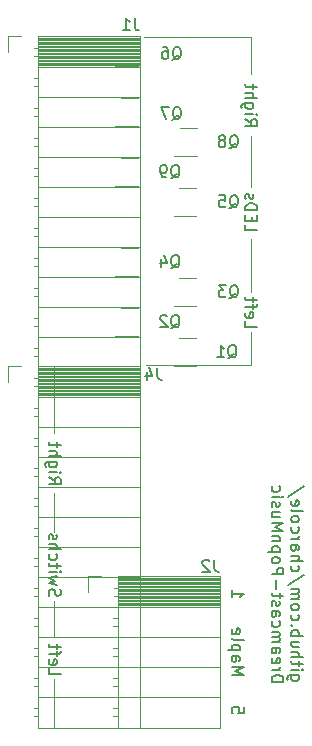
<source format=gbr>
G04 #@! TF.GenerationSoftware,KiCad,Pcbnew,(5.1.4-0-10_14)*
G04 #@! TF.CreationDate,2021-03-20T15:06:32+00:00*
G04 #@! TF.ProjectId,DriverBoard,44726976-6572-4426-9f61-72642e6b6963,rev?*
G04 #@! TF.SameCoordinates,Original*
G04 #@! TF.FileFunction,Legend,Bot*
G04 #@! TF.FilePolarity,Positive*
%FSLAX46Y46*%
G04 Gerber Fmt 4.6, Leading zero omitted, Abs format (unit mm)*
G04 Created by KiCad (PCBNEW (5.1.4-0-10_14)) date 2021-03-20 15:06:32*
%MOMM*%
%LPD*%
G04 APERTURE LIST*
%ADD10C,0.150000*%
%ADD11C,0.120000*%
G04 APERTURE END LIST*
D10*
X76096285Y-92169285D02*
X75286761Y-92169285D01*
X75191523Y-92216904D01*
X75143904Y-92264523D01*
X75096285Y-92359761D01*
X75096285Y-92502619D01*
X75143904Y-92597857D01*
X75477238Y-92169285D02*
X75429619Y-92264523D01*
X75429619Y-92455000D01*
X75477238Y-92550238D01*
X75524857Y-92597857D01*
X75620095Y-92645476D01*
X75905809Y-92645476D01*
X76001047Y-92597857D01*
X76048666Y-92550238D01*
X76096285Y-92455000D01*
X76096285Y-92264523D01*
X76048666Y-92169285D01*
X75429619Y-91693095D02*
X76096285Y-91693095D01*
X76429619Y-91693095D02*
X76382000Y-91740714D01*
X76334380Y-91693095D01*
X76382000Y-91645476D01*
X76429619Y-91693095D01*
X76334380Y-91693095D01*
X76096285Y-91359761D02*
X76096285Y-90978809D01*
X76429619Y-91216904D02*
X75572476Y-91216904D01*
X75477238Y-91169285D01*
X75429619Y-91074047D01*
X75429619Y-90978809D01*
X75429619Y-90645476D02*
X76429619Y-90645476D01*
X75429619Y-90216904D02*
X75953428Y-90216904D01*
X76048666Y-90264523D01*
X76096285Y-90359761D01*
X76096285Y-90502619D01*
X76048666Y-90597857D01*
X76001047Y-90645476D01*
X76096285Y-89312142D02*
X75429619Y-89312142D01*
X76096285Y-89740714D02*
X75572476Y-89740714D01*
X75477238Y-89693095D01*
X75429619Y-89597857D01*
X75429619Y-89455000D01*
X75477238Y-89359761D01*
X75524857Y-89312142D01*
X75429619Y-88835952D02*
X76429619Y-88835952D01*
X76048666Y-88835952D02*
X76096285Y-88740714D01*
X76096285Y-88550238D01*
X76048666Y-88455000D01*
X76001047Y-88407380D01*
X75905809Y-88359761D01*
X75620095Y-88359761D01*
X75524857Y-88407380D01*
X75477238Y-88455000D01*
X75429619Y-88550238D01*
X75429619Y-88740714D01*
X75477238Y-88835952D01*
X75524857Y-87931190D02*
X75477238Y-87883571D01*
X75429619Y-87931190D01*
X75477238Y-87978809D01*
X75524857Y-87931190D01*
X75429619Y-87931190D01*
X75477238Y-87026428D02*
X75429619Y-87121666D01*
X75429619Y-87312142D01*
X75477238Y-87407380D01*
X75524857Y-87455000D01*
X75620095Y-87502619D01*
X75905809Y-87502619D01*
X76001047Y-87455000D01*
X76048666Y-87407380D01*
X76096285Y-87312142D01*
X76096285Y-87121666D01*
X76048666Y-87026428D01*
X75429619Y-86455000D02*
X75477238Y-86550238D01*
X75524857Y-86597857D01*
X75620095Y-86645476D01*
X75905809Y-86645476D01*
X76001047Y-86597857D01*
X76048666Y-86550238D01*
X76096285Y-86455000D01*
X76096285Y-86312142D01*
X76048666Y-86216904D01*
X76001047Y-86169285D01*
X75905809Y-86121666D01*
X75620095Y-86121666D01*
X75524857Y-86169285D01*
X75477238Y-86216904D01*
X75429619Y-86312142D01*
X75429619Y-86455000D01*
X75429619Y-85693095D02*
X76096285Y-85693095D01*
X76001047Y-85693095D02*
X76048666Y-85645476D01*
X76096285Y-85550238D01*
X76096285Y-85407380D01*
X76048666Y-85312142D01*
X75953428Y-85264523D01*
X75429619Y-85264523D01*
X75953428Y-85264523D02*
X76048666Y-85216904D01*
X76096285Y-85121666D01*
X76096285Y-84978809D01*
X76048666Y-84883571D01*
X75953428Y-84835952D01*
X75429619Y-84835952D01*
X76477238Y-83645476D02*
X75191523Y-84502619D01*
X75477238Y-82883571D02*
X75429619Y-82978809D01*
X75429619Y-83169285D01*
X75477238Y-83264523D01*
X75524857Y-83312142D01*
X75620095Y-83359761D01*
X75905809Y-83359761D01*
X76001047Y-83312142D01*
X76048666Y-83264523D01*
X76096285Y-83169285D01*
X76096285Y-82978809D01*
X76048666Y-82883571D01*
X75429619Y-82455000D02*
X76429619Y-82455000D01*
X75429619Y-82026428D02*
X75953428Y-82026428D01*
X76048666Y-82074047D01*
X76096285Y-82169285D01*
X76096285Y-82312142D01*
X76048666Y-82407380D01*
X76001047Y-82455000D01*
X75429619Y-81121666D02*
X75953428Y-81121666D01*
X76048666Y-81169285D01*
X76096285Y-81264523D01*
X76096285Y-81455000D01*
X76048666Y-81550238D01*
X75477238Y-81121666D02*
X75429619Y-81216904D01*
X75429619Y-81455000D01*
X75477238Y-81550238D01*
X75572476Y-81597857D01*
X75667714Y-81597857D01*
X75762952Y-81550238D01*
X75810571Y-81455000D01*
X75810571Y-81216904D01*
X75858190Y-81121666D01*
X75429619Y-80645476D02*
X76096285Y-80645476D01*
X75905809Y-80645476D02*
X76001047Y-80597857D01*
X76048666Y-80550238D01*
X76096285Y-80455000D01*
X76096285Y-80359761D01*
X75477238Y-79597857D02*
X75429619Y-79693095D01*
X75429619Y-79883571D01*
X75477238Y-79978809D01*
X75524857Y-80026428D01*
X75620095Y-80074047D01*
X75905809Y-80074047D01*
X76001047Y-80026428D01*
X76048666Y-79978809D01*
X76096285Y-79883571D01*
X76096285Y-79693095D01*
X76048666Y-79597857D01*
X75429619Y-79026428D02*
X75477238Y-79121666D01*
X75524857Y-79169285D01*
X75620095Y-79216904D01*
X75905809Y-79216904D01*
X76001047Y-79169285D01*
X76048666Y-79121666D01*
X76096285Y-79026428D01*
X76096285Y-78883571D01*
X76048666Y-78788333D01*
X76001047Y-78740714D01*
X75905809Y-78693095D01*
X75620095Y-78693095D01*
X75524857Y-78740714D01*
X75477238Y-78788333D01*
X75429619Y-78883571D01*
X75429619Y-79026428D01*
X75429619Y-78121666D02*
X75477238Y-78216904D01*
X75572476Y-78264523D01*
X76429619Y-78264523D01*
X75477238Y-77359761D02*
X75429619Y-77455000D01*
X75429619Y-77645476D01*
X75477238Y-77740714D01*
X75572476Y-77788333D01*
X75953428Y-77788333D01*
X76048666Y-77740714D01*
X76096285Y-77645476D01*
X76096285Y-77455000D01*
X76048666Y-77359761D01*
X75953428Y-77312142D01*
X75858190Y-77312142D01*
X75762952Y-77788333D01*
X76477238Y-76169285D02*
X75191523Y-77026428D01*
X73779619Y-92716904D02*
X74779619Y-92716904D01*
X74779619Y-92478809D01*
X74732000Y-92335952D01*
X74636761Y-92240714D01*
X74541523Y-92193095D01*
X74351047Y-92145476D01*
X74208190Y-92145476D01*
X74017714Y-92193095D01*
X73922476Y-92240714D01*
X73827238Y-92335952D01*
X73779619Y-92478809D01*
X73779619Y-92716904D01*
X73779619Y-91716904D02*
X74446285Y-91716904D01*
X74255809Y-91716904D02*
X74351047Y-91669285D01*
X74398666Y-91621666D01*
X74446285Y-91526428D01*
X74446285Y-91431190D01*
X73827238Y-90716904D02*
X73779619Y-90812142D01*
X73779619Y-91002619D01*
X73827238Y-91097857D01*
X73922476Y-91145476D01*
X74303428Y-91145476D01*
X74398666Y-91097857D01*
X74446285Y-91002619D01*
X74446285Y-90812142D01*
X74398666Y-90716904D01*
X74303428Y-90669285D01*
X74208190Y-90669285D01*
X74112952Y-91145476D01*
X73779619Y-89812142D02*
X74303428Y-89812142D01*
X74398666Y-89859761D01*
X74446285Y-89955000D01*
X74446285Y-90145476D01*
X74398666Y-90240714D01*
X73827238Y-89812142D02*
X73779619Y-89907380D01*
X73779619Y-90145476D01*
X73827238Y-90240714D01*
X73922476Y-90288333D01*
X74017714Y-90288333D01*
X74112952Y-90240714D01*
X74160571Y-90145476D01*
X74160571Y-89907380D01*
X74208190Y-89812142D01*
X73779619Y-89335952D02*
X74446285Y-89335952D01*
X74351047Y-89335952D02*
X74398666Y-89288333D01*
X74446285Y-89193095D01*
X74446285Y-89050238D01*
X74398666Y-88955000D01*
X74303428Y-88907380D01*
X73779619Y-88907380D01*
X74303428Y-88907380D02*
X74398666Y-88859761D01*
X74446285Y-88764523D01*
X74446285Y-88621666D01*
X74398666Y-88526428D01*
X74303428Y-88478809D01*
X73779619Y-88478809D01*
X73827238Y-87574047D02*
X73779619Y-87669285D01*
X73779619Y-87859761D01*
X73827238Y-87955000D01*
X73874857Y-88002619D01*
X73970095Y-88050238D01*
X74255809Y-88050238D01*
X74351047Y-88002619D01*
X74398666Y-87955000D01*
X74446285Y-87859761D01*
X74446285Y-87669285D01*
X74398666Y-87574047D01*
X73779619Y-86716904D02*
X74303428Y-86716904D01*
X74398666Y-86764523D01*
X74446285Y-86859761D01*
X74446285Y-87050238D01*
X74398666Y-87145476D01*
X73827238Y-86716904D02*
X73779619Y-86812142D01*
X73779619Y-87050238D01*
X73827238Y-87145476D01*
X73922476Y-87193095D01*
X74017714Y-87193095D01*
X74112952Y-87145476D01*
X74160571Y-87050238D01*
X74160571Y-86812142D01*
X74208190Y-86716904D01*
X73827238Y-86288333D02*
X73779619Y-86193095D01*
X73779619Y-86002619D01*
X73827238Y-85907380D01*
X73922476Y-85859761D01*
X73970095Y-85859761D01*
X74065333Y-85907380D01*
X74112952Y-86002619D01*
X74112952Y-86145476D01*
X74160571Y-86240714D01*
X74255809Y-86288333D01*
X74303428Y-86288333D01*
X74398666Y-86240714D01*
X74446285Y-86145476D01*
X74446285Y-86002619D01*
X74398666Y-85907380D01*
X74446285Y-85574047D02*
X74446285Y-85193095D01*
X74779619Y-85431190D02*
X73922476Y-85431190D01*
X73827238Y-85383571D01*
X73779619Y-85288333D01*
X73779619Y-85193095D01*
X74160571Y-84859761D02*
X74160571Y-84097857D01*
X73779619Y-83621666D02*
X74779619Y-83621666D01*
X74779619Y-83240714D01*
X74732000Y-83145476D01*
X74684380Y-83097857D01*
X74589142Y-83050238D01*
X74446285Y-83050238D01*
X74351047Y-83097857D01*
X74303428Y-83145476D01*
X74255809Y-83240714D01*
X74255809Y-83621666D01*
X73779619Y-82478809D02*
X73827238Y-82574047D01*
X73874857Y-82621666D01*
X73970095Y-82669285D01*
X74255809Y-82669285D01*
X74351047Y-82621666D01*
X74398666Y-82574047D01*
X74446285Y-82478809D01*
X74446285Y-82335952D01*
X74398666Y-82240714D01*
X74351047Y-82193095D01*
X74255809Y-82145476D01*
X73970095Y-82145476D01*
X73874857Y-82193095D01*
X73827238Y-82240714D01*
X73779619Y-82335952D01*
X73779619Y-82478809D01*
X74446285Y-81716904D02*
X73446285Y-81716904D01*
X74398666Y-81716904D02*
X74446285Y-81621666D01*
X74446285Y-81431190D01*
X74398666Y-81335952D01*
X74351047Y-81288333D01*
X74255809Y-81240714D01*
X73970095Y-81240714D01*
X73874857Y-81288333D01*
X73827238Y-81335952D01*
X73779619Y-81431190D01*
X73779619Y-81621666D01*
X73827238Y-81716904D01*
X74446285Y-80812142D02*
X73779619Y-80812142D01*
X74351047Y-80812142D02*
X74398666Y-80764523D01*
X74446285Y-80669285D01*
X74446285Y-80526428D01*
X74398666Y-80431190D01*
X74303428Y-80383571D01*
X73779619Y-80383571D01*
X73779619Y-79907380D02*
X74779619Y-79907380D01*
X74065333Y-79574047D01*
X74779619Y-79240714D01*
X73779619Y-79240714D01*
X74446285Y-78335952D02*
X73779619Y-78335952D01*
X74446285Y-78764523D02*
X73922476Y-78764523D01*
X73827238Y-78716904D01*
X73779619Y-78621666D01*
X73779619Y-78478809D01*
X73827238Y-78383571D01*
X73874857Y-78335952D01*
X73827238Y-77907380D02*
X73779619Y-77812142D01*
X73779619Y-77621666D01*
X73827238Y-77526428D01*
X73922476Y-77478809D01*
X73970095Y-77478809D01*
X74065333Y-77526428D01*
X74112952Y-77621666D01*
X74112952Y-77764523D01*
X74160571Y-77859761D01*
X74255809Y-77907380D01*
X74303428Y-77907380D01*
X74398666Y-77859761D01*
X74446285Y-77764523D01*
X74446285Y-77621666D01*
X74398666Y-77526428D01*
X73779619Y-77050238D02*
X74446285Y-77050238D01*
X74779619Y-77050238D02*
X74732000Y-77097857D01*
X74684380Y-77050238D01*
X74732000Y-77002619D01*
X74779619Y-77050238D01*
X74684380Y-77050238D01*
X73827238Y-76145476D02*
X73779619Y-76240714D01*
X73779619Y-76431190D01*
X73827238Y-76526428D01*
X73874857Y-76574047D01*
X73970095Y-76621666D01*
X74255809Y-76621666D01*
X74351047Y-76574047D01*
X74398666Y-76526428D01*
X74446285Y-76431190D01*
X74446285Y-76240714D01*
X74398666Y-76145476D01*
X71413619Y-94860476D02*
X71413619Y-95336666D01*
X70937428Y-95384285D01*
X70985047Y-95336666D01*
X71032666Y-95241428D01*
X71032666Y-95003333D01*
X70985047Y-94908095D01*
X70937428Y-94860476D01*
X70842190Y-94812857D01*
X70604095Y-94812857D01*
X70508857Y-94860476D01*
X70461238Y-94908095D01*
X70413619Y-95003333D01*
X70413619Y-95241428D01*
X70461238Y-95336666D01*
X70508857Y-95384285D01*
X70413619Y-92098571D02*
X71413619Y-92098571D01*
X70699333Y-91765238D01*
X71413619Y-91431904D01*
X70413619Y-91431904D01*
X70413619Y-90527142D02*
X70937428Y-90527142D01*
X71032666Y-90574761D01*
X71080285Y-90670000D01*
X71080285Y-90860476D01*
X71032666Y-90955714D01*
X70461238Y-90527142D02*
X70413619Y-90622380D01*
X70413619Y-90860476D01*
X70461238Y-90955714D01*
X70556476Y-91003333D01*
X70651714Y-91003333D01*
X70746952Y-90955714D01*
X70794571Y-90860476D01*
X70794571Y-90622380D01*
X70842190Y-90527142D01*
X71080285Y-90050952D02*
X70080285Y-90050952D01*
X71032666Y-90050952D02*
X71080285Y-89955714D01*
X71080285Y-89765238D01*
X71032666Y-89670000D01*
X70985047Y-89622380D01*
X70889809Y-89574761D01*
X70604095Y-89574761D01*
X70508857Y-89622380D01*
X70461238Y-89670000D01*
X70413619Y-89765238D01*
X70413619Y-89955714D01*
X70461238Y-90050952D01*
X70413619Y-89003333D02*
X70461238Y-89098571D01*
X70556476Y-89146190D01*
X71413619Y-89146190D01*
X70461238Y-88241428D02*
X70413619Y-88336666D01*
X70413619Y-88527142D01*
X70461238Y-88622380D01*
X70556476Y-88670000D01*
X70937428Y-88670000D01*
X71032666Y-88622380D01*
X71080285Y-88527142D01*
X71080285Y-88336666D01*
X71032666Y-88241428D01*
X70937428Y-88193809D01*
X70842190Y-88193809D01*
X70746952Y-88670000D01*
X70413619Y-84955714D02*
X70413619Y-85527142D01*
X70413619Y-85241428D02*
X71413619Y-85241428D01*
X71270761Y-85336666D01*
X71175523Y-85431904D01*
X71127904Y-85527142D01*
D11*
X55372000Y-92456000D02*
X55372000Y-96520000D01*
X55372000Y-85852000D02*
X55372000Y-88900000D01*
X55372000Y-76708000D02*
X55372000Y-80010000D01*
X55372000Y-71628000D02*
X55372000Y-66040000D01*
D10*
X54919619Y-91534095D02*
X54919619Y-92010285D01*
X55919619Y-92010285D01*
X54967238Y-90819809D02*
X54919619Y-90915047D01*
X54919619Y-91105523D01*
X54967238Y-91200761D01*
X55062476Y-91248380D01*
X55443428Y-91248380D01*
X55538666Y-91200761D01*
X55586285Y-91105523D01*
X55586285Y-90915047D01*
X55538666Y-90819809D01*
X55443428Y-90772190D01*
X55348190Y-90772190D01*
X55252952Y-91248380D01*
X55586285Y-90486476D02*
X55586285Y-90105523D01*
X54919619Y-90343619D02*
X55776761Y-90343619D01*
X55872000Y-90296000D01*
X55919619Y-90200761D01*
X55919619Y-90105523D01*
X55586285Y-89915047D02*
X55586285Y-89534095D01*
X55919619Y-89772190D02*
X55062476Y-89772190D01*
X54967238Y-89724571D01*
X54919619Y-89629333D01*
X54919619Y-89534095D01*
X54967238Y-85438857D02*
X54919619Y-85296000D01*
X54919619Y-85057904D01*
X54967238Y-84962666D01*
X55014857Y-84915047D01*
X55110095Y-84867428D01*
X55205333Y-84867428D01*
X55300571Y-84915047D01*
X55348190Y-84962666D01*
X55395809Y-85057904D01*
X55443428Y-85248380D01*
X55491047Y-85343619D01*
X55538666Y-85391238D01*
X55633904Y-85438857D01*
X55729142Y-85438857D01*
X55824380Y-85391238D01*
X55872000Y-85343619D01*
X55919619Y-85248380D01*
X55919619Y-85010285D01*
X55872000Y-84867428D01*
X55586285Y-84534095D02*
X54919619Y-84343619D01*
X55395809Y-84153142D01*
X54919619Y-83962666D01*
X55586285Y-83772190D01*
X54919619Y-83391238D02*
X55586285Y-83391238D01*
X55919619Y-83391238D02*
X55872000Y-83438857D01*
X55824380Y-83391238D01*
X55872000Y-83343619D01*
X55919619Y-83391238D01*
X55824380Y-83391238D01*
X55586285Y-83057904D02*
X55586285Y-82676952D01*
X55919619Y-82915047D02*
X55062476Y-82915047D01*
X54967238Y-82867428D01*
X54919619Y-82772190D01*
X54919619Y-82676952D01*
X54967238Y-81915047D02*
X54919619Y-82010285D01*
X54919619Y-82200761D01*
X54967238Y-82296000D01*
X55014857Y-82343619D01*
X55110095Y-82391238D01*
X55395809Y-82391238D01*
X55491047Y-82343619D01*
X55538666Y-82296000D01*
X55586285Y-82200761D01*
X55586285Y-82010285D01*
X55538666Y-81915047D01*
X54919619Y-81486476D02*
X55919619Y-81486476D01*
X54919619Y-81057904D02*
X55443428Y-81057904D01*
X55538666Y-81105523D01*
X55586285Y-81200761D01*
X55586285Y-81343619D01*
X55538666Y-81438857D01*
X55491047Y-81486476D01*
X54967238Y-80629333D02*
X54919619Y-80534095D01*
X54919619Y-80343619D01*
X54967238Y-80248380D01*
X55062476Y-80200761D01*
X55110095Y-80200761D01*
X55205333Y-80248380D01*
X55252952Y-80343619D01*
X55252952Y-80486476D01*
X55300571Y-80581714D01*
X55395809Y-80629333D01*
X55443428Y-80629333D01*
X55538666Y-80581714D01*
X55586285Y-80486476D01*
X55586285Y-80343619D01*
X55538666Y-80248380D01*
X54919619Y-75391238D02*
X55395809Y-75724571D01*
X54919619Y-75962666D02*
X55919619Y-75962666D01*
X55919619Y-75581714D01*
X55872000Y-75486476D01*
X55824380Y-75438857D01*
X55729142Y-75391238D01*
X55586285Y-75391238D01*
X55491047Y-75438857D01*
X55443428Y-75486476D01*
X55395809Y-75581714D01*
X55395809Y-75962666D01*
X54919619Y-74962666D02*
X55586285Y-74962666D01*
X55919619Y-74962666D02*
X55872000Y-75010285D01*
X55824380Y-74962666D01*
X55872000Y-74915047D01*
X55919619Y-74962666D01*
X55824380Y-74962666D01*
X55586285Y-74057904D02*
X54776761Y-74057904D01*
X54681523Y-74105523D01*
X54633904Y-74153142D01*
X54586285Y-74248380D01*
X54586285Y-74391238D01*
X54633904Y-74486476D01*
X54967238Y-74057904D02*
X54919619Y-74153142D01*
X54919619Y-74343619D01*
X54967238Y-74438857D01*
X55014857Y-74486476D01*
X55110095Y-74534095D01*
X55395809Y-74534095D01*
X55491047Y-74486476D01*
X55538666Y-74438857D01*
X55586285Y-74343619D01*
X55586285Y-74153142D01*
X55538666Y-74057904D01*
X54919619Y-73581714D02*
X55919619Y-73581714D01*
X54919619Y-73153142D02*
X55443428Y-73153142D01*
X55538666Y-73200761D01*
X55586285Y-73296000D01*
X55586285Y-73438857D01*
X55538666Y-73534095D01*
X55491047Y-73581714D01*
X55586285Y-72819809D02*
X55586285Y-72438857D01*
X55919619Y-72676952D02*
X55062476Y-72676952D01*
X54967238Y-72629333D01*
X54919619Y-72534095D01*
X54919619Y-72438857D01*
D11*
X72009000Y-65913000D02*
X63119000Y-65913000D01*
X72009000Y-63119000D02*
X72009000Y-65913000D01*
X72009000Y-55245000D02*
X72009000Y-59690000D01*
X72009000Y-46482000D02*
X72009000Y-50800000D01*
X72009000Y-38100000D02*
X62992000Y-38100000D01*
X72009000Y-41275000D02*
X72009000Y-38100000D01*
D10*
X71556619Y-62165285D02*
X71556619Y-62641476D01*
X72556619Y-62641476D01*
X71604238Y-61451000D02*
X71556619Y-61546238D01*
X71556619Y-61736714D01*
X71604238Y-61831952D01*
X71699476Y-61879571D01*
X72080428Y-61879571D01*
X72175666Y-61831952D01*
X72223285Y-61736714D01*
X72223285Y-61546238D01*
X72175666Y-61451000D01*
X72080428Y-61403380D01*
X71985190Y-61403380D01*
X71889952Y-61879571D01*
X72223285Y-61117666D02*
X72223285Y-60736714D01*
X71556619Y-60974809D02*
X72413761Y-60974809D01*
X72509000Y-60927190D01*
X72556619Y-60831952D01*
X72556619Y-60736714D01*
X72223285Y-60546238D02*
X72223285Y-60165285D01*
X72556619Y-60403380D02*
X71699476Y-60403380D01*
X71604238Y-60355761D01*
X71556619Y-60260523D01*
X71556619Y-60165285D01*
X71556619Y-54022428D02*
X71556619Y-54498619D01*
X72556619Y-54498619D01*
X72080428Y-53689095D02*
X72080428Y-53355761D01*
X71556619Y-53212904D02*
X71556619Y-53689095D01*
X72556619Y-53689095D01*
X72556619Y-53212904D01*
X71556619Y-52784333D02*
X72556619Y-52784333D01*
X72556619Y-52546238D01*
X72509000Y-52403380D01*
X72413761Y-52308142D01*
X72318523Y-52260523D01*
X72128047Y-52212904D01*
X71985190Y-52212904D01*
X71794714Y-52260523D01*
X71699476Y-52308142D01*
X71604238Y-52403380D01*
X71556619Y-52546238D01*
X71556619Y-52784333D01*
X71604238Y-51831952D02*
X71556619Y-51736714D01*
X71556619Y-51546238D01*
X71604238Y-51451000D01*
X71699476Y-51403380D01*
X71747095Y-51403380D01*
X71842333Y-51451000D01*
X71889952Y-51546238D01*
X71889952Y-51689095D01*
X71937571Y-51784333D01*
X72032809Y-51831952D01*
X72080428Y-51831952D01*
X72175666Y-51784333D01*
X72223285Y-51689095D01*
X72223285Y-51546238D01*
X72175666Y-51451000D01*
X71556619Y-45070047D02*
X72032809Y-45403380D01*
X71556619Y-45641476D02*
X72556619Y-45641476D01*
X72556619Y-45260523D01*
X72509000Y-45165285D01*
X72461380Y-45117666D01*
X72366142Y-45070047D01*
X72223285Y-45070047D01*
X72128047Y-45117666D01*
X72080428Y-45165285D01*
X72032809Y-45260523D01*
X72032809Y-45641476D01*
X71556619Y-44641476D02*
X72223285Y-44641476D01*
X72556619Y-44641476D02*
X72509000Y-44689095D01*
X72461380Y-44641476D01*
X72509000Y-44593857D01*
X72556619Y-44641476D01*
X72461380Y-44641476D01*
X72223285Y-43736714D02*
X71413761Y-43736714D01*
X71318523Y-43784333D01*
X71270904Y-43831952D01*
X71223285Y-43927190D01*
X71223285Y-44070047D01*
X71270904Y-44165285D01*
X71604238Y-43736714D02*
X71556619Y-43831952D01*
X71556619Y-44022428D01*
X71604238Y-44117666D01*
X71651857Y-44165285D01*
X71747095Y-44212904D01*
X72032809Y-44212904D01*
X72128047Y-44165285D01*
X72175666Y-44117666D01*
X72223285Y-44022428D01*
X72223285Y-43831952D01*
X72175666Y-43736714D01*
X71556619Y-43260523D02*
X72556619Y-43260523D01*
X71556619Y-42831952D02*
X72080428Y-42831952D01*
X72175666Y-42879571D01*
X72223285Y-42974809D01*
X72223285Y-43117666D01*
X72175666Y-43212904D01*
X72128047Y-43260523D01*
X72223285Y-42498619D02*
X72223285Y-42117666D01*
X72556619Y-42355761D02*
X71699476Y-42355761D01*
X71604238Y-42308142D01*
X71556619Y-42212904D01*
X71556619Y-42117666D01*
D11*
X69399000Y-83880000D02*
X60769000Y-83880000D01*
X69399000Y-83998095D02*
X60769000Y-83998095D01*
X69399000Y-84116190D02*
X60769000Y-84116190D01*
X69399000Y-84234285D02*
X60769000Y-84234285D01*
X69399000Y-84352380D02*
X60769000Y-84352380D01*
X69399000Y-84470475D02*
X60769000Y-84470475D01*
X69399000Y-84588570D02*
X60769000Y-84588570D01*
X69399000Y-84706665D02*
X60769000Y-84706665D01*
X69399000Y-84824760D02*
X60769000Y-84824760D01*
X69399000Y-84942855D02*
X60769000Y-84942855D01*
X69399000Y-85060950D02*
X60769000Y-85060950D01*
X69399000Y-85179045D02*
X60769000Y-85179045D01*
X69399000Y-85297140D02*
X60769000Y-85297140D01*
X69399000Y-85415235D02*
X60769000Y-85415235D01*
X69399000Y-85533330D02*
X60769000Y-85533330D01*
X69399000Y-85651425D02*
X60769000Y-85651425D01*
X69399000Y-85769520D02*
X60769000Y-85769520D01*
X69399000Y-85887615D02*
X60769000Y-85887615D01*
X69399000Y-86005710D02*
X60769000Y-86005710D01*
X69399000Y-86123805D02*
X60769000Y-86123805D01*
X69399000Y-86241900D02*
X60769000Y-86241900D01*
X60769000Y-84730000D02*
X60419000Y-84730000D01*
X60769000Y-85450000D02*
X60419000Y-85450000D01*
X60769000Y-87270000D02*
X60359000Y-87270000D01*
X60769000Y-87990000D02*
X60359000Y-87990000D01*
X60769000Y-89810000D02*
X60359000Y-89810000D01*
X60769000Y-90530000D02*
X60359000Y-90530000D01*
X60769000Y-92350000D02*
X60359000Y-92350000D01*
X60769000Y-93070000D02*
X60359000Y-93070000D01*
X60769000Y-94890000D02*
X60359000Y-94890000D01*
X60769000Y-95610000D02*
X60359000Y-95610000D01*
X69399000Y-86360000D02*
X60769000Y-86360000D01*
X69399000Y-88900000D02*
X60769000Y-88900000D01*
X69399000Y-91440000D02*
X60769000Y-91440000D01*
X69399000Y-93980000D02*
X60769000Y-93980000D01*
X69399000Y-83760000D02*
X60769000Y-83760000D01*
X60769000Y-83760000D02*
X60769000Y-96580000D01*
X69399000Y-96580000D02*
X60769000Y-96580000D01*
X69399000Y-83760000D02*
X69399000Y-96580000D01*
X58199000Y-83760000D02*
X58199000Y-85090000D01*
X59309000Y-83760000D02*
X58199000Y-83760000D01*
X62668000Y-38160000D02*
X54038000Y-38160000D01*
X62668000Y-38278095D02*
X54038000Y-38278095D01*
X62668000Y-38396190D02*
X54038000Y-38396190D01*
X62668000Y-38514285D02*
X54038000Y-38514285D01*
X62668000Y-38632380D02*
X54038000Y-38632380D01*
X62668000Y-38750475D02*
X54038000Y-38750475D01*
X62668000Y-38868570D02*
X54038000Y-38868570D01*
X62668000Y-38986665D02*
X54038000Y-38986665D01*
X62668000Y-39104760D02*
X54038000Y-39104760D01*
X62668000Y-39222855D02*
X54038000Y-39222855D01*
X62668000Y-39340950D02*
X54038000Y-39340950D01*
X62668000Y-39459045D02*
X54038000Y-39459045D01*
X62668000Y-39577140D02*
X54038000Y-39577140D01*
X62668000Y-39695235D02*
X54038000Y-39695235D01*
X62668000Y-39813330D02*
X54038000Y-39813330D01*
X62668000Y-39931425D02*
X54038000Y-39931425D01*
X62668000Y-40049520D02*
X54038000Y-40049520D01*
X62668000Y-40167615D02*
X54038000Y-40167615D01*
X62668000Y-40285710D02*
X54038000Y-40285710D01*
X62668000Y-40403805D02*
X54038000Y-40403805D01*
X62668000Y-40521900D02*
X54038000Y-40521900D01*
X54038000Y-39010000D02*
X53688000Y-39010000D01*
X54038000Y-39730000D02*
X53688000Y-39730000D01*
X54038000Y-41550000D02*
X53628000Y-41550000D01*
X54038000Y-42270000D02*
X53628000Y-42270000D01*
X54038000Y-44090000D02*
X53628000Y-44090000D01*
X54038000Y-44810000D02*
X53628000Y-44810000D01*
X54038000Y-46630000D02*
X53628000Y-46630000D01*
X54038000Y-47350000D02*
X53628000Y-47350000D01*
X54038000Y-49170000D02*
X53628000Y-49170000D01*
X54038000Y-49890000D02*
X53628000Y-49890000D01*
X54038000Y-51710000D02*
X53628000Y-51710000D01*
X54038000Y-52430000D02*
X53628000Y-52430000D01*
X54038000Y-54250000D02*
X53628000Y-54250000D01*
X54038000Y-54970000D02*
X53628000Y-54970000D01*
X54038000Y-56790000D02*
X53628000Y-56790000D01*
X54038000Y-57510000D02*
X53628000Y-57510000D01*
X54038000Y-59330000D02*
X53628000Y-59330000D01*
X54038000Y-60050000D02*
X53628000Y-60050000D01*
X54038000Y-61870000D02*
X53628000Y-61870000D01*
X54038000Y-62590000D02*
X53628000Y-62590000D01*
X54038000Y-64410000D02*
X53628000Y-64410000D01*
X54038000Y-65130000D02*
X53628000Y-65130000D01*
X62668000Y-40640000D02*
X54038000Y-40640000D01*
X62668000Y-43180000D02*
X54038000Y-43180000D01*
X62668000Y-45720000D02*
X54038000Y-45720000D01*
X62668000Y-48260000D02*
X54038000Y-48260000D01*
X62668000Y-50800000D02*
X54038000Y-50800000D01*
X62668000Y-53340000D02*
X54038000Y-53340000D01*
X62668000Y-55880000D02*
X54038000Y-55880000D01*
X62668000Y-58420000D02*
X54038000Y-58420000D01*
X62668000Y-60960000D02*
X54038000Y-60960000D01*
X62668000Y-63500000D02*
X54038000Y-63500000D01*
X62668000Y-38040000D02*
X54038000Y-38040000D01*
X54038000Y-38040000D02*
X54038000Y-66100000D01*
X62668000Y-66100000D02*
X54038000Y-66100000D01*
X62668000Y-38040000D02*
X62668000Y-66100000D01*
X51468000Y-38040000D02*
X51468000Y-39370000D01*
X52578000Y-38040000D02*
X51468000Y-38040000D01*
X62668000Y-66100000D02*
X54038000Y-66100000D01*
X62668000Y-66218095D02*
X54038000Y-66218095D01*
X62668000Y-66336190D02*
X54038000Y-66336190D01*
X62668000Y-66454285D02*
X54038000Y-66454285D01*
X62668000Y-66572380D02*
X54038000Y-66572380D01*
X62668000Y-66690475D02*
X54038000Y-66690475D01*
X62668000Y-66808570D02*
X54038000Y-66808570D01*
X62668000Y-66926665D02*
X54038000Y-66926665D01*
X62668000Y-67044760D02*
X54038000Y-67044760D01*
X62668000Y-67162855D02*
X54038000Y-67162855D01*
X62668000Y-67280950D02*
X54038000Y-67280950D01*
X62668000Y-67399045D02*
X54038000Y-67399045D01*
X62668000Y-67517140D02*
X54038000Y-67517140D01*
X62668000Y-67635235D02*
X54038000Y-67635235D01*
X62668000Y-67753330D02*
X54038000Y-67753330D01*
X62668000Y-67871425D02*
X54038000Y-67871425D01*
X62668000Y-67989520D02*
X54038000Y-67989520D01*
X62668000Y-68107615D02*
X54038000Y-68107615D01*
X62668000Y-68225710D02*
X54038000Y-68225710D01*
X62668000Y-68343805D02*
X54038000Y-68343805D01*
X62668000Y-68461900D02*
X54038000Y-68461900D01*
X54038000Y-66950000D02*
X53688000Y-66950000D01*
X54038000Y-67670000D02*
X53688000Y-67670000D01*
X54038000Y-69490000D02*
X53628000Y-69490000D01*
X54038000Y-70210000D02*
X53628000Y-70210000D01*
X54038000Y-72030000D02*
X53628000Y-72030000D01*
X54038000Y-72750000D02*
X53628000Y-72750000D01*
X54038000Y-74570000D02*
X53628000Y-74570000D01*
X54038000Y-75290000D02*
X53628000Y-75290000D01*
X54038000Y-77110000D02*
X53628000Y-77110000D01*
X54038000Y-77830000D02*
X53628000Y-77830000D01*
X54038000Y-79650000D02*
X53628000Y-79650000D01*
X54038000Y-80370000D02*
X53628000Y-80370000D01*
X54038000Y-82190000D02*
X53628000Y-82190000D01*
X54038000Y-82910000D02*
X53628000Y-82910000D01*
X54038000Y-84730000D02*
X53628000Y-84730000D01*
X54038000Y-85450000D02*
X53628000Y-85450000D01*
X54038000Y-87270000D02*
X53628000Y-87270000D01*
X54038000Y-87990000D02*
X53628000Y-87990000D01*
X54038000Y-89810000D02*
X53628000Y-89810000D01*
X54038000Y-90530000D02*
X53628000Y-90530000D01*
X54038000Y-92350000D02*
X53628000Y-92350000D01*
X54038000Y-93070000D02*
X53628000Y-93070000D01*
X54038000Y-94890000D02*
X53628000Y-94890000D01*
X54038000Y-95610000D02*
X53628000Y-95610000D01*
X62668000Y-68580000D02*
X54038000Y-68580000D01*
X62668000Y-71120000D02*
X54038000Y-71120000D01*
X62668000Y-73660000D02*
X54038000Y-73660000D01*
X62668000Y-76200000D02*
X54038000Y-76200000D01*
X62668000Y-78740000D02*
X54038000Y-78740000D01*
X62668000Y-81280000D02*
X54038000Y-81280000D01*
X62668000Y-83820000D02*
X54038000Y-83820000D01*
X62668000Y-86360000D02*
X54038000Y-86360000D01*
X62668000Y-88900000D02*
X54038000Y-88900000D01*
X62668000Y-91440000D02*
X54038000Y-91440000D01*
X62668000Y-93980000D02*
X54038000Y-93980000D01*
X62668000Y-65980000D02*
X54038000Y-65980000D01*
X54038000Y-65980000D02*
X54038000Y-96580000D01*
X62668000Y-96580000D02*
X54038000Y-96580000D01*
X62668000Y-65980000D02*
X62668000Y-96580000D01*
X51468000Y-65980000D02*
X51468000Y-67310000D01*
X52578000Y-65980000D02*
X51468000Y-65980000D01*
X67375000Y-65930000D02*
X65475000Y-65930000D01*
X65975000Y-63610000D02*
X67375000Y-63610000D01*
X62422000Y-63390000D02*
X60522000Y-63390000D01*
X61022000Y-61070000D02*
X62422000Y-61070000D01*
X67375000Y-60850000D02*
X65475000Y-60850000D01*
X65975000Y-58530000D02*
X67375000Y-58530000D01*
X61022000Y-55990000D02*
X62422000Y-55990000D01*
X62422000Y-58310000D02*
X60522000Y-58310000D01*
X65975000Y-50910000D02*
X67375000Y-50910000D01*
X67375000Y-53230000D02*
X65475000Y-53230000D01*
X61022000Y-38210000D02*
X62422000Y-38210000D01*
X62422000Y-40530000D02*
X60522000Y-40530000D01*
X61022000Y-43290000D02*
X62422000Y-43290000D01*
X62422000Y-45610000D02*
X60522000Y-45610000D01*
X67435000Y-48150000D02*
X65535000Y-48150000D01*
X66035000Y-45830000D02*
X67435000Y-45830000D01*
X62422000Y-50690000D02*
X60522000Y-50690000D01*
X61022000Y-48370000D02*
X62422000Y-48370000D01*
D10*
X68913333Y-82383380D02*
X68913333Y-83097666D01*
X68960952Y-83240523D01*
X69056190Y-83335761D01*
X69199047Y-83383380D01*
X69294285Y-83383380D01*
X68484761Y-82478619D02*
X68437142Y-82431000D01*
X68341904Y-82383380D01*
X68103809Y-82383380D01*
X68008571Y-82431000D01*
X67960952Y-82478619D01*
X67913333Y-82573857D01*
X67913333Y-82669095D01*
X67960952Y-82811952D01*
X68532380Y-83383380D01*
X67913333Y-83383380D01*
X62182333Y-36536380D02*
X62182333Y-37250666D01*
X62229952Y-37393523D01*
X62325190Y-37488761D01*
X62468047Y-37536380D01*
X62563285Y-37536380D01*
X61182333Y-37536380D02*
X61753761Y-37536380D01*
X61468047Y-37536380D02*
X61468047Y-36536380D01*
X61563285Y-36679238D01*
X61658523Y-36774476D01*
X61753761Y-36822095D01*
X64087333Y-66127380D02*
X64087333Y-66841666D01*
X64134952Y-66984523D01*
X64230190Y-67079761D01*
X64373047Y-67127380D01*
X64468285Y-67127380D01*
X63182571Y-66460714D02*
X63182571Y-67127380D01*
X63420666Y-66079761D02*
X63658761Y-66794047D01*
X63039714Y-66794047D01*
X70072238Y-65317619D02*
X70167476Y-65270000D01*
X70262714Y-65174761D01*
X70405571Y-65031904D01*
X70500809Y-64984285D01*
X70596047Y-64984285D01*
X70548428Y-65222380D02*
X70643666Y-65174761D01*
X70738904Y-65079523D01*
X70786523Y-64889047D01*
X70786523Y-64555714D01*
X70738904Y-64365238D01*
X70643666Y-64270000D01*
X70548428Y-64222380D01*
X70357952Y-64222380D01*
X70262714Y-64270000D01*
X70167476Y-64365238D01*
X70119857Y-64555714D01*
X70119857Y-64889047D01*
X70167476Y-65079523D01*
X70262714Y-65174761D01*
X70357952Y-65222380D01*
X70548428Y-65222380D01*
X69167476Y-65222380D02*
X69738904Y-65222380D01*
X69453190Y-65222380D02*
X69453190Y-64222380D01*
X69548428Y-64365238D01*
X69643666Y-64460476D01*
X69738904Y-64508095D01*
X65246238Y-62777619D02*
X65341476Y-62730000D01*
X65436714Y-62634761D01*
X65579571Y-62491904D01*
X65674809Y-62444285D01*
X65770047Y-62444285D01*
X65722428Y-62682380D02*
X65817666Y-62634761D01*
X65912904Y-62539523D01*
X65960523Y-62349047D01*
X65960523Y-62015714D01*
X65912904Y-61825238D01*
X65817666Y-61730000D01*
X65722428Y-61682380D01*
X65531952Y-61682380D01*
X65436714Y-61730000D01*
X65341476Y-61825238D01*
X65293857Y-62015714D01*
X65293857Y-62349047D01*
X65341476Y-62539523D01*
X65436714Y-62634761D01*
X65531952Y-62682380D01*
X65722428Y-62682380D01*
X64912904Y-61777619D02*
X64865285Y-61730000D01*
X64770047Y-61682380D01*
X64531952Y-61682380D01*
X64436714Y-61730000D01*
X64389095Y-61777619D01*
X64341476Y-61872857D01*
X64341476Y-61968095D01*
X64389095Y-62110952D01*
X64960523Y-62682380D01*
X64341476Y-62682380D01*
X70199238Y-60237619D02*
X70294476Y-60190000D01*
X70389714Y-60094761D01*
X70532571Y-59951904D01*
X70627809Y-59904285D01*
X70723047Y-59904285D01*
X70675428Y-60142380D02*
X70770666Y-60094761D01*
X70865904Y-59999523D01*
X70913523Y-59809047D01*
X70913523Y-59475714D01*
X70865904Y-59285238D01*
X70770666Y-59190000D01*
X70675428Y-59142380D01*
X70484952Y-59142380D01*
X70389714Y-59190000D01*
X70294476Y-59285238D01*
X70246857Y-59475714D01*
X70246857Y-59809047D01*
X70294476Y-59999523D01*
X70389714Y-60094761D01*
X70484952Y-60142380D01*
X70675428Y-60142380D01*
X69913523Y-59142380D02*
X69294476Y-59142380D01*
X69627809Y-59523333D01*
X69484952Y-59523333D01*
X69389714Y-59570952D01*
X69342095Y-59618571D01*
X69294476Y-59713809D01*
X69294476Y-59951904D01*
X69342095Y-60047142D01*
X69389714Y-60094761D01*
X69484952Y-60142380D01*
X69770666Y-60142380D01*
X69865904Y-60094761D01*
X69913523Y-60047142D01*
X65246238Y-57697619D02*
X65341476Y-57650000D01*
X65436714Y-57554761D01*
X65579571Y-57411904D01*
X65674809Y-57364285D01*
X65770047Y-57364285D01*
X65722428Y-57602380D02*
X65817666Y-57554761D01*
X65912904Y-57459523D01*
X65960523Y-57269047D01*
X65960523Y-56935714D01*
X65912904Y-56745238D01*
X65817666Y-56650000D01*
X65722428Y-56602380D01*
X65531952Y-56602380D01*
X65436714Y-56650000D01*
X65341476Y-56745238D01*
X65293857Y-56935714D01*
X65293857Y-57269047D01*
X65341476Y-57459523D01*
X65436714Y-57554761D01*
X65531952Y-57602380D01*
X65722428Y-57602380D01*
X64436714Y-56935714D02*
X64436714Y-57602380D01*
X64674809Y-56554761D02*
X64912904Y-57269047D01*
X64293857Y-57269047D01*
X70199238Y-52617619D02*
X70294476Y-52570000D01*
X70389714Y-52474761D01*
X70532571Y-52331904D01*
X70627809Y-52284285D01*
X70723047Y-52284285D01*
X70675428Y-52522380D02*
X70770666Y-52474761D01*
X70865904Y-52379523D01*
X70913523Y-52189047D01*
X70913523Y-51855714D01*
X70865904Y-51665238D01*
X70770666Y-51570000D01*
X70675428Y-51522380D01*
X70484952Y-51522380D01*
X70389714Y-51570000D01*
X70294476Y-51665238D01*
X70246857Y-51855714D01*
X70246857Y-52189047D01*
X70294476Y-52379523D01*
X70389714Y-52474761D01*
X70484952Y-52522380D01*
X70675428Y-52522380D01*
X69342095Y-51522380D02*
X69818285Y-51522380D01*
X69865904Y-51998571D01*
X69818285Y-51950952D01*
X69723047Y-51903333D01*
X69484952Y-51903333D01*
X69389714Y-51950952D01*
X69342095Y-51998571D01*
X69294476Y-52093809D01*
X69294476Y-52331904D01*
X69342095Y-52427142D01*
X69389714Y-52474761D01*
X69484952Y-52522380D01*
X69723047Y-52522380D01*
X69818285Y-52474761D01*
X69865904Y-52427142D01*
X65373238Y-40044619D02*
X65468476Y-39997000D01*
X65563714Y-39901761D01*
X65706571Y-39758904D01*
X65801809Y-39711285D01*
X65897047Y-39711285D01*
X65849428Y-39949380D02*
X65944666Y-39901761D01*
X66039904Y-39806523D01*
X66087523Y-39616047D01*
X66087523Y-39282714D01*
X66039904Y-39092238D01*
X65944666Y-38997000D01*
X65849428Y-38949380D01*
X65658952Y-38949380D01*
X65563714Y-38997000D01*
X65468476Y-39092238D01*
X65420857Y-39282714D01*
X65420857Y-39616047D01*
X65468476Y-39806523D01*
X65563714Y-39901761D01*
X65658952Y-39949380D01*
X65849428Y-39949380D01*
X64563714Y-38949380D02*
X64754190Y-38949380D01*
X64849428Y-38997000D01*
X64897047Y-39044619D01*
X64992285Y-39187476D01*
X65039904Y-39377952D01*
X65039904Y-39758904D01*
X64992285Y-39854142D01*
X64944666Y-39901761D01*
X64849428Y-39949380D01*
X64658952Y-39949380D01*
X64563714Y-39901761D01*
X64516095Y-39854142D01*
X64468476Y-39758904D01*
X64468476Y-39520809D01*
X64516095Y-39425571D01*
X64563714Y-39377952D01*
X64658952Y-39330333D01*
X64849428Y-39330333D01*
X64944666Y-39377952D01*
X64992285Y-39425571D01*
X65039904Y-39520809D01*
X65373238Y-45124619D02*
X65468476Y-45077000D01*
X65563714Y-44981761D01*
X65706571Y-44838904D01*
X65801809Y-44791285D01*
X65897047Y-44791285D01*
X65849428Y-45029380D02*
X65944666Y-44981761D01*
X66039904Y-44886523D01*
X66087523Y-44696047D01*
X66087523Y-44362714D01*
X66039904Y-44172238D01*
X65944666Y-44077000D01*
X65849428Y-44029380D01*
X65658952Y-44029380D01*
X65563714Y-44077000D01*
X65468476Y-44172238D01*
X65420857Y-44362714D01*
X65420857Y-44696047D01*
X65468476Y-44886523D01*
X65563714Y-44981761D01*
X65658952Y-45029380D01*
X65849428Y-45029380D01*
X65087523Y-44029380D02*
X64420857Y-44029380D01*
X64849428Y-45029380D01*
X70199238Y-47537619D02*
X70294476Y-47490000D01*
X70389714Y-47394761D01*
X70532571Y-47251904D01*
X70627809Y-47204285D01*
X70723047Y-47204285D01*
X70675428Y-47442380D02*
X70770666Y-47394761D01*
X70865904Y-47299523D01*
X70913523Y-47109047D01*
X70913523Y-46775714D01*
X70865904Y-46585238D01*
X70770666Y-46490000D01*
X70675428Y-46442380D01*
X70484952Y-46442380D01*
X70389714Y-46490000D01*
X70294476Y-46585238D01*
X70246857Y-46775714D01*
X70246857Y-47109047D01*
X70294476Y-47299523D01*
X70389714Y-47394761D01*
X70484952Y-47442380D01*
X70675428Y-47442380D01*
X69675428Y-46870952D02*
X69770666Y-46823333D01*
X69818285Y-46775714D01*
X69865904Y-46680476D01*
X69865904Y-46632857D01*
X69818285Y-46537619D01*
X69770666Y-46490000D01*
X69675428Y-46442380D01*
X69484952Y-46442380D01*
X69389714Y-46490000D01*
X69342095Y-46537619D01*
X69294476Y-46632857D01*
X69294476Y-46680476D01*
X69342095Y-46775714D01*
X69389714Y-46823333D01*
X69484952Y-46870952D01*
X69675428Y-46870952D01*
X69770666Y-46918571D01*
X69818285Y-46966190D01*
X69865904Y-47061428D01*
X69865904Y-47251904D01*
X69818285Y-47347142D01*
X69770666Y-47394761D01*
X69675428Y-47442380D01*
X69484952Y-47442380D01*
X69389714Y-47394761D01*
X69342095Y-47347142D01*
X69294476Y-47251904D01*
X69294476Y-47061428D01*
X69342095Y-46966190D01*
X69389714Y-46918571D01*
X69484952Y-46870952D01*
X65246238Y-50077619D02*
X65341476Y-50030000D01*
X65436714Y-49934761D01*
X65579571Y-49791904D01*
X65674809Y-49744285D01*
X65770047Y-49744285D01*
X65722428Y-49982380D02*
X65817666Y-49934761D01*
X65912904Y-49839523D01*
X65960523Y-49649047D01*
X65960523Y-49315714D01*
X65912904Y-49125238D01*
X65817666Y-49030000D01*
X65722428Y-48982380D01*
X65531952Y-48982380D01*
X65436714Y-49030000D01*
X65341476Y-49125238D01*
X65293857Y-49315714D01*
X65293857Y-49649047D01*
X65341476Y-49839523D01*
X65436714Y-49934761D01*
X65531952Y-49982380D01*
X65722428Y-49982380D01*
X64817666Y-49982380D02*
X64627190Y-49982380D01*
X64531952Y-49934761D01*
X64484333Y-49887142D01*
X64389095Y-49744285D01*
X64341476Y-49553809D01*
X64341476Y-49172857D01*
X64389095Y-49077619D01*
X64436714Y-49030000D01*
X64531952Y-48982380D01*
X64722428Y-48982380D01*
X64817666Y-49030000D01*
X64865285Y-49077619D01*
X64912904Y-49172857D01*
X64912904Y-49410952D01*
X64865285Y-49506190D01*
X64817666Y-49553809D01*
X64722428Y-49601428D01*
X64531952Y-49601428D01*
X64436714Y-49553809D01*
X64389095Y-49506190D01*
X64341476Y-49410952D01*
M02*

</source>
